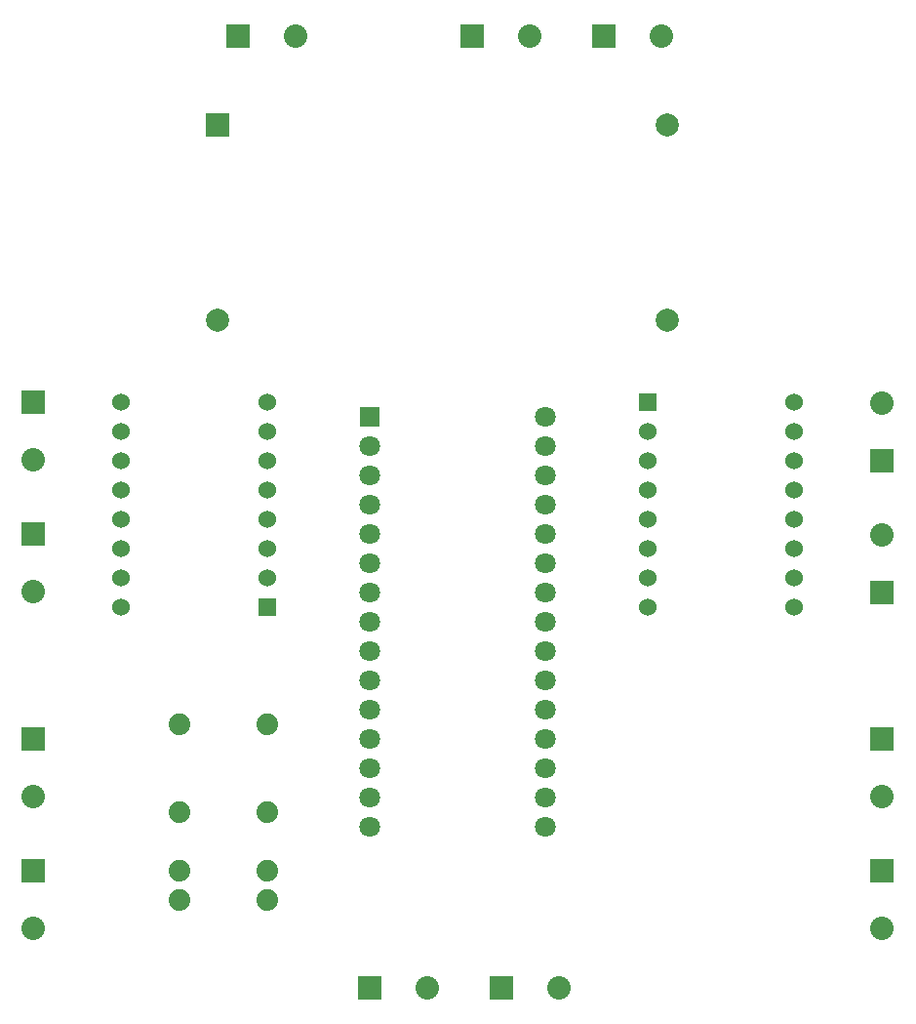
<source format=gbr>
G04 EAGLE Gerber RS-274X export*
G75*
%MOMM*%
%FSLAX34Y34*%
%LPD*%
%INTop Copper*%
%IPPOS*%
%AMOC8*
5,1,8,0,0,1.08239X$1,22.5*%
G01*
%ADD10C,1.879600*%
%ADD11R,2.032000X2.032000*%
%ADD12C,2.032000*%
%ADD13R,1.800000X1.800000*%
%ADD14C,1.800000*%
%ADD15R,2.000000X2.000000*%
%ADD16C,2.000000*%
%ADD17R,1.530000X1.530000*%
%ADD18C,1.530000*%


D10*
X254000Y165100D03*
X254000Y139700D03*
X330200Y165100D03*
X330200Y139700D03*
D11*
X304800Y889000D03*
D12*
X354800Y889000D03*
D11*
X127000Y571500D03*
D12*
X127000Y521500D03*
D11*
X127000Y457200D03*
D12*
X127000Y407200D03*
D11*
X863600Y406400D03*
D12*
X863600Y456400D03*
D11*
X863600Y520700D03*
D12*
X863600Y570700D03*
D11*
X508000Y889000D03*
D12*
X558000Y889000D03*
D11*
X622300Y889000D03*
D12*
X672300Y889000D03*
D10*
X254000Y292100D03*
X254000Y215900D03*
X330200Y292100D03*
X330200Y215900D03*
D13*
X419100Y558800D03*
D14*
X419100Y533400D03*
X419100Y508000D03*
X419100Y482600D03*
X419100Y457200D03*
X419100Y431800D03*
X419100Y406400D03*
X419100Y381000D03*
X419100Y355600D03*
X419100Y330200D03*
X419100Y304800D03*
X419100Y279400D03*
X419100Y254000D03*
X419100Y228600D03*
X419100Y203200D03*
X571500Y203200D03*
X571500Y228600D03*
X571500Y254000D03*
X571500Y279400D03*
X571500Y304800D03*
X571500Y330200D03*
X571500Y355600D03*
X571500Y381000D03*
X571500Y406400D03*
X571500Y431800D03*
X571500Y457200D03*
X571500Y482600D03*
X571500Y508000D03*
X571500Y533400D03*
X571500Y558800D03*
D15*
X286700Y812300D03*
D16*
X286700Y642300D03*
X676700Y642300D03*
X676700Y812300D03*
D17*
X330200Y393700D03*
D18*
X330200Y419100D03*
X330200Y444500D03*
X330200Y469900D03*
X330200Y495300D03*
X330200Y520700D03*
X330200Y546100D03*
X330200Y571500D03*
X203200Y571500D03*
X203200Y546100D03*
X203200Y520700D03*
X203200Y495300D03*
X203200Y469900D03*
X203200Y444500D03*
X203200Y419100D03*
X203200Y393700D03*
D17*
X660400Y571500D03*
D18*
X660400Y546100D03*
X660400Y520700D03*
X660400Y495300D03*
X660400Y469900D03*
X660400Y444500D03*
X660400Y419100D03*
X660400Y393700D03*
X787400Y393700D03*
X787400Y419100D03*
X787400Y444500D03*
X787400Y469900D03*
X787400Y495300D03*
X787400Y520700D03*
X787400Y546100D03*
X787400Y571500D03*
D11*
X127000Y279400D03*
D12*
X127000Y229400D03*
D11*
X127000Y165100D03*
D12*
X127000Y115100D03*
D11*
X419100Y63500D03*
D12*
X469100Y63500D03*
D11*
X533400Y63500D03*
D12*
X583400Y63500D03*
D11*
X863600Y279400D03*
D12*
X863600Y229400D03*
D11*
X863600Y165100D03*
D12*
X863600Y115100D03*
M02*

</source>
